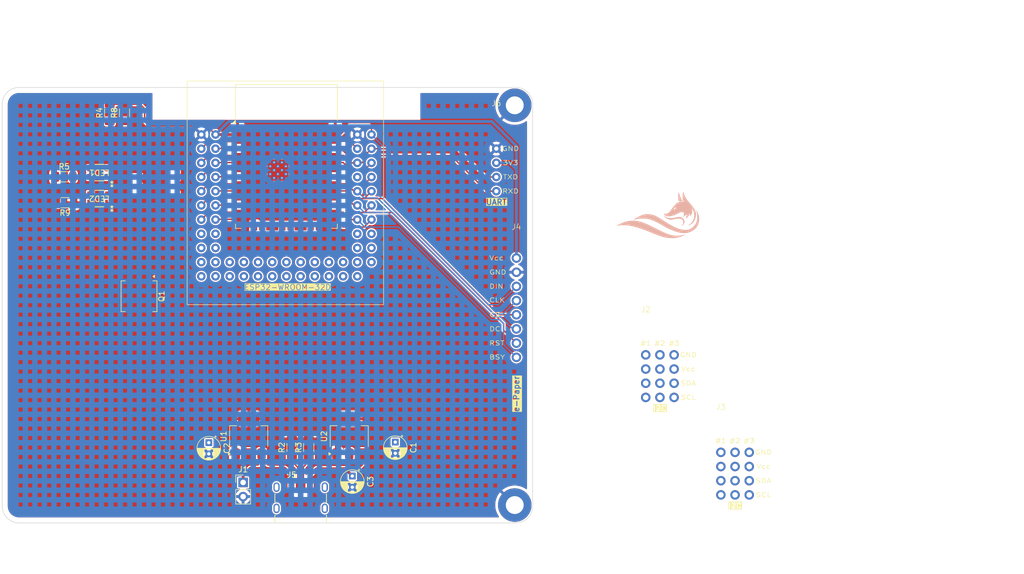
<source format=kicad_pcb>
(kicad_pcb (version 20240108) (generator "pcbnew") (generator_version "8.0")
  (title_block (title "ESP32-WROOM-32D Automation Board") (date "2024-01-15") (rev "v1.10") (company "CEGEP Heritage College") (comment 1 "Alexander Bobkov"))
  (layers (0 "F.Cu" signal) (31 "B.Cu" signal) (34 "B.Paste" user) (35 "F.Paste" user) (36 "B.SilkS" user "B.Silkscreen") (37 "F.SilkS" user "F.Silkscreen") (38 "B.Mask" user) (39 "F.Mask" user) (44 "Edge.Cuts" user))
  (net 0 "")
  (net 1 "/SCL")
  (net 2 "/SDA")
  (net 3 "/BUSY")
  (net 4 "/CLK")
  (net 5 "/DC")
  (net 6 "/CS")
  (net 7 "/DIN")
  (net 8 "/RST")
  (net 9 "unconnected-(J8-IO26-Pad11)")
  (net 10 "unconnected-(J8-IO25-Pad10)")
  (net 11 "unconnected-(J8-IO35-Pad7)")
  (net 12 "/UART-TX")
  (net 13 "unconnected-(J8-IO27-Pad12)")
  (net 14 "unconnected-(J8-IO0-Pad25)")
  (net 15 "+3V3")
  (net 16 "GND")
  (net 17 "+5V")
  (net 18 "unconnected-(J8-IO14-Pad13)")
  (net 19 "unconnected-(J8-IO32-Pad8)")
  (net 20 "unconnected-(J8-IO12-Pad14)")
  (net 21 "unconnected-(J8-IO19-Pad31)")
  (net 22 "Net-(J8-EN)")
  (net 23 "unconnected-(J8-IO33-Pad9)")
  (net 24 "Net-(J7-SENSOR_VP)")
  (net 25 "Net-(J7-SENSOR_VN)")
  (net 26 "/UART-RX")
  (net 27 "OUTPUT_1")
  (net 36 "unconnected-(J8-IO34-Pad6)")
  (net 37 "Net-(J5-CC2)")
  (net 38 "Net-(J5-CC1)")
  (net 39 "VBUS")
  (net 40 "SOURCE_1")
  (net 41 "Net-(LED1-RED)")
  (net 43 "Net-(LED2-RED)")
  (net 44 "OUTPUT_2")
  (net 45 "SOURCE_2")
  (net 46 "Net-(LED2-GND-Pad4)")
  (net 47 "Net-(LED1-GND-Pad4)")
  (footprint "Resistor_SMD:R_1206_3216Metric_Pad1.30x1.75mm_HandSolder" (layer "F.Cu") (at 52.8502 70.649999 180)
    (property "Reference" "R9" (at 0 -1.82 0) (layer "F.SilkS"))
    (property "Value" "3k3")
    (pad "1" smd roundrect (at -1.55 0 180) (size 1.3 1.75) (layers "F.Cu" "F.Paste" "F.Mask") (roundrect_rratio 0.192308) (net 16 "GND"))
    (pad "2" smd roundrect (at 1.55 0 180) (size 1.3 1.75) (layers "F.Cu" "F.Paste" "F.Mask") (roundrect_rratio 0.192308) (net 46 "Net-(LED2-GND-Pad4)"))
  )
  (footprint "Alexander Footprint Library:B1552_HVK-M" (layer "F.Cu") (at 58.9998 65.250001 180)
    (property "Reference" "LED1" (at 0 0 180) (layer "F.SilkS"))
    (property "Value" "LED-RED-GREEN-B1552USUG20D")
    (fp_text user "*" (at -2.2354 -2.054099 180) (layer "F.SilkS"))
    (fp_text user "*" (at -2.2354 -2.054099 0) (layer "F.SilkS"))
    (pad "1" smd rect (at -1.6002 -0.750001 180) (size 1.1176 1.0414) (layers "F.Cu" "F.Paste" "F.Mask") (net 27 "OUTPUT_1"))
    (pad "2" smd rect (at -1.6002 0.750001 180) (size 1.1176 1.0414) (layers "F.Cu" "F.Paste" "F.Mask") (net 41 "Net-(LED1-RED)"))
    (pad "3" smd rect (at 1.6002 0.750001 180) (size 1.1176 1.0414) (layers "F.Cu" "F.Paste" "F.Mask") (net 27 "OUTPUT_1"))
    (pad "4" smd rect (at 1.6002 -0.750001 180) (size 1.1176 1.0414) (layers "F.Cu" "F.Paste" "F.Mask") (net 47 "Net-(LED1-GND-Pad4)"))
  )
  (footprint "Alexander Footprint Library:B1552_HVK-M" (layer "F.Cu") (at 59 69.9 180)
    (property "Reference" "LED2" (at 0 0 180) (layer "F.SilkS"))
    (property "Value" "LED-RED-GREEN-B1552USUG20D")
    (fp_text user "*" (at -2.2352 -1.8041 180) (layer "F.SilkS"))
    (fp_text user "*" (at -2.2352 -1.8041 0) (layer "F.SilkS"))
    (pad "1" smd rect (at -1.6002 -0.750001 180) (size 1.1176 1.0414) (layers "F.Cu" "F.Paste" "F.Mask") (net 44 "OUTPUT_2"))
    (pad "2" smd rect (at -1.6002 0.750001 180) (size 1.1176 1.0414) (layers "F.Cu" "F.Paste" "F.Mask") (net 43 "Net-(LED2-RED)"))
    (pad "3" smd rect (at 1.6002 0.750001 180) (size 1.1176 1.0414) (layers "F.Cu" "F.Paste" "F.Mask") (net 44 "OUTPUT_2"))
    (pad "4" smd rect (at 1.6002 -0.750001 180) (size 1.1176 1.0414) (layers "F.Cu" "F.Paste" "F.Mask") (net 46 "Net-(LED2-GND-Pad4)"))
  )
  (footprint "Resistor_SMD:R_1206_3216Metric_Pad1.30x1.75mm_HandSolder" (layer "F.Cu") (at 93.5 114.5 90)
    (property "Reference" "R2" (at 0 -1.82 90) (layer "F.SilkS"))
    (property "Value" "5k1")
    (pad "1" smd roundrect (at -1.55 0 90) (size 1.3 1.75) (layers "F.Cu" "F.Paste" "F.Mask") (roundrect_rratio 0.192308) (net 38 "Net-(J5-CC1)"))
    (pad "2" smd roundrect (at 1.55 0 90) (size 1.3 1.75) (layers "F.Cu" "F.Paste" "F.Mask") (roundrect_rratio 0.192308) (net 16 "GND"))
  )
  (footprint "Alexander Footprint Library:MOSFET-N-2CH-DMT3020-SO-8" (layer "F.Cu") (at 66.1 87.4 -90)
    (property "Reference" "Q1" (at 0 -4.05 90) (layer "F.SilkS"))
    (property "Value" "MOSFET-N-2CH-DMT3020")
    (pad "1" smd roundrect (at -3.5 -1.905 270) (size 1.9 0.6) (layers "F.Cu" "F.Paste" "F.Mask") (net 16 "GND"))
    (pad "2" smd roundrect (at -3.5 -0.635 270) (size 1.9 0.6) (layers "F.Cu" "F.Paste" "F.Mask") (net 27 "OUTPUT_1"))
    (pad "3" smd roundrect (at -3.5 0.635 270) (size 1.9 0.6) (layers "F.Cu" "F.Paste" "F.Mask") (net 16 "GND"))
    (pad "4" smd roundrect (at -3.5 1.905 270) (size 1.9 0.6) (layers "F.Cu" "F.Paste" "F.Mask") (net 44 "OUTPUT_2"))
    (pad "5" smd roundrect (at 3.5 1.905 270) (size 1.9 0.6) (layers "F.Cu" "F.Paste" "F.Mask") (net 45 "SOURCE_2"))
    (pad "6" smd roundrect (at 3.5 0.635 270) (size 1.9 0.6) (layers "F.Cu" "F.Paste" "F.Mask") (net 45 "SOURCE_2"))
    (pad "7" smd roundrect (at 3.5 -0.635 270) (size 1.9 0.6) (layers "F.Cu" "F.Paste" "F.Mask") (net 40 "SOURCE_1"))
    (pad "8" smd roundrect (at 3.5 -1.905 270) (size 1.9 0.6) (layers "F.Cu" "F.Paste" "F.Mask") (net 40 "SOURCE_1"))
  )
  (footprint "Resistor_SMD:R_1206_3216Metric_Pad1.30x1.75mm_HandSolder" (layer "F.Cu") (at 63.5 54.55 90)
    (property "Reference" "R8" (at 0 -1.82 90) (layer "F.SilkS"))
    (property "Value" "3k3")
    (pad "1" smd roundrect (at -1.55 0 90) (size 1.3 1.75) (layers "F.Cu" "F.Paste" "F.Mask") (roundrect_rratio 0.192308) (net 43 "Net-(LED2-RED)"))
    (pad "2" smd roundrect (at 1.55 0 90) (size 1.3 1.75) (layers "F.Cu" "F.Paste" "F.Mask") (roundrect_rratio 0.192308) (net 15 "+3V3"))
  )
  (footprint "Capacitor_THT:CP_Radial_D4.0mm_P2.00mm" (layer "F.Cu") (at 104.3 119.6 -90)
    (property "Reference" "C3" (at 1 -3.25 90) (layer "F.SilkS"))
    (property "Value" "1uF")
    (pad "1" thru_hole rect (at 0 0 270) (size 1.2 1.2) (drill 0.6) (layers "*.Cu" "*.Mask") (net 39 "VBUS"))
    (pad "2" thru_hole circle (at 2 0 270) (size 1.2 1.2) (drill 0.6) (layers "*.Cu" "*.Mask") (net 16 "GND"))
  )
  (footprint "PCM_SL_Mechanical:MountingHole_3.2mm_Pad" (layer "F.Cu") (at 133.4 53.2)
    (property "Reference" "H5" (hide yes))
    (property "Value" "MountingHole_M3_3.2mm_Pad")
    (pad "1" thru_hole circle (at 0 0) (size 6 6) (drill 3.2) (layers "*.Cu" "*.Mask") (net 16 "GND"))
  )
  (footprint "Resistor_SMD:R_1206_3216Metric_Pad1.30x1.75mm_HandSolder" (layer "F.Cu") (at 96.5 114.5 90)
    (property "Reference" "R3" (at 0 -1.82 90) (layer "F.SilkS"))
    (property "Value" "5k1")
    (pad "1" smd roundrect (at -1.55 0 90) (size 1.3 1.75) (layers "F.Cu" "F.Paste" "F.Mask") (roundrect_rratio 0.192308) (net 37 "Net-(J5-CC2)"))
    (pad "2" smd roundrect (at 1.55 0 90) (size 1.3 1.75) (layers "F.Cu" "F.Paste" "F.Mask") (roundrect_rratio 0.192308) (net 16 "GND"))
  )
  (footprint "Alexander Footprint Library:Conn_ePaper" (layer "F.Cu") (at 133.7 75.48)
    (property "Reference" "J4" (at 0 -0.5 0) (layer "F.SilkS") (effects (font (thickness 0.1))))
    (property "Value" "e-Paper")
    (fp_text user "Vcc" (at -3.571429 5.08 0) (layer "F.SilkS") (effects (font (size 0.8 1) (thickness 0.1))))
    (fp_text user "DC" (at -3.857143 17.78 0) (layer "F.SilkS") (effects (font (size 0.8 1) (thickness 0.1))))
    (fp_text user "GND" (at -3.333334 7.62 0) (layer "F.SilkS") (effects (font (size 0.8 1) (thickness 0.1))))
    (fp_text user "e-Paper" (at 0 29.42 90) (layer "F.SilkS" knockout) (effects (font (thickness 0.2) (bold yes))))
    (fp_text user "BSY" (at -3.452381 22.82 0) (layer "F.SilkS") (effects (font (size 0.8 1) (thickness 0.1))))
    (fp_text user "CLK" (at -3.452381 12.62 0) (layer "F.SilkS") (effects (font (size 0.8 1) (thickness 0.1))))
    (fp_text user "DIN" (at -3.595239 10.16 0) (layer "F.SilkS") (effects (font (size 0.8 1) (thickness 0.1))))
    (fp_text user "RST" (at -3.5 20.32 0) (layer "F.SilkS") (effects (font (size 0.8 1) (thickness 0.1))))
    (fp_text user "CS" (at -3.880953 15.24 0) (layer "F.SilkS") (effects (font (size 0.8 1) (thickness 0.1))))
    (pad "BUSY" thru_hole oval (at 0 22.86) (size 1.7 1.7) (drill 1) (layers "*.Cu" "*.Mask") (net 3 "/BUSY"))
    (pad "CLK" thru_hole oval (at 0 12.7) (size 1.7 1.7) (drill 1) (layers "*.Cu" "*.Mask") (net 4 "/CLK"))
    (pad "CS" thru_hole oval (at 0 15.24) (size 1.7 1.7) (drill 1) (layers "*.Cu" "*.Mask") (net 6 "/CS"))
    (pad "DC" thru_hole oval (at 0 17.78) (size 1.7 1.7) (drill 1) (layers "*.Cu" "*.Mask") (net 5 "/DC"))
    (pad "DIN" thru_hole oval (at 0 10.16) (size 1.7 1.7) (drill 1) (layers "*.Cu" "*.Mask") (net 7 "/DIN"))
    (pad "GND" thru_hole oval (at 0 7.62) (size 1.7 1.7) (drill 1) (layers "*.Cu" "*.Mask") (net 16 "GND"))
    (pad "RST" thru_hole oval (at 0 20.32) (size 1.7 1.7) (drill 1) (layers "*.Cu" "*.Mask") (net 8 "/RST"))
    (pad "Vcc" thru_hole oval (at 0 5.08) (size 1.7 1.7) (drill 1) (layers "*.Cu" "*.Mask") (net 15 "+3V3"))
  )
  (footprint "Alexander Footprint Library:Conn_UART" (layer "F.Cu") (at 130.1 53.34)
    (property "Reference" "J6" (at 0 -0.5 0) (layer "F.SilkS") (effects (font (thickness 0.1))))
    (property "Value" "UART")
    (fp_text user "UART" (at 0 17.78 0) (layer "F.SilkS" knockout) (effects (font (thickness 0.2) (bold yes)) (justify bottom)))
    (fp_text user "RXD" (at 2.54 15.24 0) (layer "F.SilkS") (effects (font (size 0.8 1) (thickness 0.1))))
    (fp_text user "3V3" (at 2.54 10.16 0) (layer "F.SilkS") (effects (font (size 0.8 1) (thickness 0.1))))
    (fp_text user "TXD" (at 2.54 12.7 0) (layer "F.SilkS") (effects (font (size 0.8 1) (thickness 0.1))))
    (fp_text user "GND" (at 2.54 7.62 0) (layer "F.SilkS") (effects (font (size 0.8 1) (thickness 0.1))))
    (pad "3V3" thru_hole circle (at 0 10.16) (size 1.524 1.524) (drill 0.762) (layers "*.Cu" "*.Mask") (net 15 "+3V3"))
    (pad "GND" thru_hole circle (at 0 7.62) (size 1.524 1.524) (drill 0.762) (layers "*.Cu" "*.Mask") (net 16 "GND"))
    (pad "RXD" thru_hole circle (at 0 15.24) (size 1.524 1.524) (drill 0.762) (layers "*.Cu" "*.Mask") (net 26 "/UART-RX"))
    (pad "TXD" thru_hole circle (at 0 12.7) (size 1.524 1.524) (drill 0.762) (layers "*.Cu" "*.Mask") (net 12 "/UART-TX"))
  )
  (footprint "Alexander Footprint Library:Conn_I2C_3" (layer "F.Cu") (at 156.86 90.28)
    (property "Reference" "J2" (at 0 -0.5 0) (layer "F.SilkS") (effects (font (thickness 0.1))))
    (property "Value" "I2C")
    (fp_text user "SDA" (at 7.62 12.7 0) (layer "F.SilkS") (effects (font (size 0.8 1) (thickness 0.1))))
    (fp_text user "I2C" (at 2.54 17.78 0) (layer "F.SilkS" knockout) (effects (font (thickness 0.2) (bold yes)) (justify bottom)))
    (fp_text user "#1" (at 0 5.08 0) (layer "F.SilkS") (effects (font (size 0.8 1) (thickness 0.1)) (justify top)))
    (fp_text user "Vcc" (at 7.62 10.16 0) (layer "F.SilkS") (effects (font (size 0.8 1) (thickness 0.1))))
    (fp_text user "GND" (at 7.62 7.62 0) (layer "F.SilkS") (effects (font (size 0.8 1) (thickness 0.1))))
    (fp_text user "SCL" (at 7.62 15.24 0) (layer "F.SilkS") (effects (font (size 0.8 1) (thickness 0.1))))
    (fp_text user "#2" (at 2.54 5.08 0) (layer "F.SilkS") (effects (font (size 0.8 1) (thickness 0.1)) (justify top)))
    (fp_text user "#3" (at 5.08 5.08 0) (layer "F.SilkS") (effects (font (size 0.8 1) (thickness 0.1)) (justify top)))
    (pad "GND" thru_hole oval (at 0 7.62) (size 1.7 1.7) (drill 1) (layers "*.Cu" "*.Mask") (net 16 "GND"))
    (pad "GND" thru_hole oval (at 2.54 7.62) (size 1.7 1.7) (drill 1) (layers "*.Cu" "*.Mask") (net 16 "GND"))
    (pad "GND" thru_hole oval (at 5.08 7.62) (size 1.7 1.7) (drill 1) (layers "*.Cu" "*.Mask") (net 16 "GND"))
    (pad "SCL" thru_hole oval (at 0 15.24) (size 1.7 1.7) (drill 1) (layers "*.Cu" "*.Mask") (net 1 "/SCL"))
    (pad "SCL" thru_hole oval (at 2.54 15.24) (size 1.7 1.7) (drill 1) (layers "*.Cu" "*.Mask") (net 1 "/SCL"))
    (pad "SCL" thru_hole oval (at 5.08 15.24) (size 1.7 1.7) (drill 1) (layers "*.Cu" "*.Mask") (net 1 "/SCL"))
    (pad "SDA" thru_hole oval (at 0 12.7) (size 1.7 1.7) (drill 1) (layers "*.Cu" "*.Mask") (net 2 "/SDA"))
    (pad "SDA" thru_hole oval (at 2.54 12.7) (size 1.7 1.7) (drill 1) (layers "*.Cu" "*.Mask") (net 2 "/SDA"))
    (pad "SDA" thru_hole oval (at 5.08 12.7) (size 1.7 1.7) (drill 1) (layers "*.Cu" "*.Mask") (net 2 "/SDA"))
    (pad "Vcc" thru_hole oval (at 0 10.16) (size 1.7 1.7) (drill 1) (layers "*.Cu" "*.Mask") (net 15 "+3V3"))
    (pad "Vcc" thru_hole oval (at 2.54 10.16) (size 1.7 1.7) (drill 1) (layers "*.Cu" "*.Mask") (net 15 "+3V3"))
    (pad "Vcc" thru_hole oval (at 5.08 10.16) (size 1.7 1.7) (drill 1) (layers "*.Cu" "*.Mask") (net 15 "+3V3"))
  )
  (footprint "Capacitor_THT:CP_Radial_D4.0mm_P2.00mm" (layer "F.Cu") (at 78.6 113.627401 -90)
    (property "Reference" "C2" (at 1 -3.25 90) (layer "F.SilkS"))
    (property "Value" "1uF")
    (pad "1" thru_hole rect (at 0 0 270) (size 1.2 1.2) (drill 0.6) (layers "*.Cu" "*.Mask") (net 17 "+5V"))
    (pad "2" thru_hole circle (at 2 0 270) (size 1.2 1.2) (drill 0.6) (layers "*.Cu" "*.Mask") (net 16 "GND"))
  )
  (footprint "Alexander Footprint Library:Conn_I2C_3" (layer "F.Cu") (at 170.32 107.74)
    (property "Reference" "J3" (at 0 -0.5 0) (layer "F.SilkS") (effects (font (thickness 0.1))))
    (property "Value" "I2C")
    (fp_text user "Vcc" (at 7.62 10.16 0) (layer "F.SilkS") (effects (font (size 0.8 1) (thickness 0.1))))
    (fp_text user "GND" (at 7.62 7.62 0) (layer "F.SilkS") (effects (font (size 0.8 1) (thickness 0.1))))
    (fp_text user "SDA" (at 7.62 12.7 0) (layer "F.SilkS") (effects (font (size 0.8 1) (thickness 0.1))))
    (fp_text user "I2C" (at 2.54 17.78 0) (layer "F.SilkS" knockout) (effects (font (thickness 0.2) (bold yes)) (justify bottom)))
    (fp_text user "SCL" (at 7.62 15.24 0) (layer "F.SilkS") (effects (font (size 0.8 1) (thickness 0.1))))
    (fp_text user "#1" (at 0 5.08 0) (layer "F.SilkS") (effects (font (size 0.8 1) (thickness 0.1)) (justify top)))
    (fp_text user "#3" (at 5.08 5.08 0) (layer "F.SilkS") (effects (font (size 0.8 1) (thickness 0.1)) (justify top)))
    (fp_text user "#2" (at 2.54 5.08 0) (layer "F.SilkS") (effects (font (size 0.8 1) (thickness 0.1)) (justify top)))
    (pad "GND" thru_hole oval (at 0 7.62) (size 1.7 1.7) (drill 1) (layers "*.Cu" "*.Mask") (net 16 "GND"))
    (pad "GND" thru_hole oval (at 2.54 7.62) (size 1.7 1.7) (drill 1) (layers "*.Cu" "*.Mask") (net 16 "GND"))
    (pad "GND" thru_hole oval (at 5.08 7.62) (size 1.7 1.7) (drill 1) (layers "*.Cu" "*.Mask") (net 16 "GND"))
    (pad "SCL" thru_hole oval (at 0 15.24) (size 1.7 1.7) (drill 1) (layers "*.Cu" "*.Mask") (net 1 "/SCL"))
    (pad "SCL" thru_hole oval (at 2.54 15.24) (size 1.7 1.7) (drill 1) (layers "*.Cu" "*.Mask") (net 1 "/SCL"))
    (pad "SCL" thru_hole oval (at 5.08 15.24) (size 1.7 1.7) (drill 1) (layers "*.Cu" "*.Mask") (net 1 "/SCL"))
    (pad "SDA" thru_hole oval (at 0 12.7) (size 1.7 1.7) (drill 1) (layers "*.Cu" "*.Mask") (net 2 "/SDA"))
    (pad "SDA" thru_hole oval (at 2.54 12.7) (size 1.7 1.7) (drill 1) (layers "*.Cu" "*.Mask") (net 2 "/SDA"))
    (pad "SDA" thru_hole oval (at 5.08 12.7) (size 1.7 1.7) (drill 1) (layers "*.Cu" "*.Mask") (net 2 "/SDA"))
    (pad "Vcc" thru_hole oval (at 0 10.16) (size 1.7 1.7) (drill 1) (layers "*.Cu" "*.Mask") (net 15 "+3V3"))
    (pad "Vcc" thru_hole oval (at 2.54 10.16) (size 1.7 1.7) (drill 1) (layers "*.Cu" "*.Mask") (net 15 "+3V3"))
    (pad "Vcc" thru_hole oval (at 5.08 10.16) (size 1.7 1.7) (drill 1) (layers "*.Cu" "*.Mask") (net 15 "+3V3"))
  )
  (footprint "Resistor_SMD:R_1206_3216Metric_Pad1.30x1.75mm_HandSolder" (layer "F.Cu") (at 60.85 54.55 90)
    (property "Reference" "R4" (at 0 -1.82 90) (layer "F.SilkS"))
    (property "Value" "3k3")
    (pad "1" smd roundrect (at -1.55 0 90) (size 1.3 1.75) (layers "F.Cu" "F.Paste" "F.Mask") (roundrect_rratio 0.192308) (net 41 "Net-(LED1-RED)"))
    (pad "2" smd roundrect (at 1.55 0 90) (size 1.3 1.75) (layers "F.Cu" "F.Paste" "F.Mask") (roundrect_rratio 0.192308) (net 15 "+3V3"))
  )
  (footprint "Capacitor_THT:CP_Radial_D4.0mm_P2.00mm" (layer "F.Cu") (at 112 113.527401 -90)
    (property "Reference" "C1" (at 1 -3.25 90) (layer "F.SilkS"))
    (property "Value" "1uF")
    (pad "1" thru_hole rect (at 0 0 270) (size 1.2 1.2) (drill 0.6) (layers "*.Cu" "*.Mask") (net 15 "+3V3"))
    (pad "2" thru_hole circle (at 2 0 270) (size 1.2 1.2) (drill 0.6) (layers "*.Cu" "*.Mask") (net 16 "GND"))
  )
  (footprint "Package_TO_SOT_SMD:SOT-223-3_TabPin2" (layer "F.Cu") (at 103.75 112.5 90)
    (property "Reference" "U2" (at 0 -4.5 90) (layer "F.SilkS"))
    (property "Value" "AMS1117-3.3")
    (pad "1" smd roundrect (at -3.15 -2.3 90) (size 2 1.5) (layers "F.Cu" "F.Paste" "F.Mask") (net 16 "GND"))
    (pad "1" smd roundrect (at 3.15 0 90) (size 2 3.8) (layers "F.Cu" "F.Paste" "F.Mask") (net 16 "GND"))
    (pad "2" smd roundrect (at -3.15 0 90) (size 2 1.5) (layers "F.Cu" "F.Paste" "F.Mask") (net 15 "+3V3"))
    (pad "3" smd roundrect (at -3.15 2.3 90) (size 2 1.5) (layers "F.Cu" "F.Paste" "F.Mask") (net 39 "VBUS"))
  )
  (footprint "Alexander Footprint Library:ESP32-WROOM-Adapter-Socket-Universal" (layer "F.Cu") (at 92.5 66.0525)
    (property "Reference" "J8" (hide yes))
    (property "Value" "~")
    (fp_text user "ESP32-WROOM-32D" (at -7.62 20.32 0) (layer "F.SilkS" knockout) (effects (font (thickness 0.1)) (justify left bottom)))
    (pad "" thru_hole circle (at -15.24 10.16) (size 1.524 1.524) (drill 0.762) (layers "*.Cu" "*.Mask"))
    (pad "" thru_hole circle (at -15.24 12.7 90) (size 1.524 1.524) (drill 0.762) (layers "*.Cu" "*.Mask"))
    (pad "" thru_hole circle (at -15.24 15.24 90) (size 1.524 1.524) (drill 0.762) (layers "*.Cu" "*.Mask"))
    (pad "" thru_hole circle (at -15.24 17.78 90) (size 1.524 1.524) (drill 0.762) (layers "*.Cu" "*.Mask"))
    (pad "" thru_hole circle (at -12.7 10.16) (size 1.524 1.524) (drill 0.762) (layers "*.Cu" "*.Mask"))
    (pad "" thru_hole circle (at -12.7 12.7 90) (size 1.524 1.524) (drill 0.762) (layers "*.Cu" "*.Mask"))
    (pad "" thru_hole circle (at -12.7 15.24 90) (size 1.524 1.524) (drill 0.762) (layers "*.Cu" "*.Mask"))
    (pad "" thru_hole circle (at -12.7 17.78 90) (size 1.524 1.524) (drill 0.762) (layers "*.Cu" "*.Mask"))
    (pad "" thru_hole circle (at -10.16 15.24 90) (size 1.524 1.524) (drill 0.762) (layers "*.Cu" "*.Mask"))
    (pad "" thru_hole circle (at -7.62 15.24 90) (size 1.524 1.524) (drill 0.762) (layers "*.Cu" "*.Mask"))
    (pad "" thru_hole circle (at -5.08 15.24 90) (size 1.524 1.524) (drill 0.762) (layers "*.Cu" "*.Mask"))
    (pad "" thru_hole circle (at -2.54 15.24 90) (size 1.524 1.524) (drill 0.762) (layers "*.Cu" "*.Mask"))
    (pad "" thru_hole circle (at 0 15.24 90) (size 1.524 1.524) (drill 0.762) (layers "*.Cu" "*.Mask"))
    (pad "" thru_hole circle (at 2.54 15.24 90) (size 1.524 1.524) (drill 0.762) (layers "*.Cu" "*.Mask"))
    (pad "" thru_hole circle (at 5.08 15.24 90) (size 1.524 1.524) (drill 0.762) (layers "*.Cu" "*.Mask"))
    (pad "" thru_hole circle (at 7.62 15.24 90) (size 1.524 1.524) (drill 0.762) (layers "*.Cu" "*.Mask"))
    (pad "" thru_hole circle (at 10.16 15.24 90) (size 1.524 1.524) (drill 0.762) (layers "*.Cu" "*.Mask"))
    (pad "" thru_hole circle (at 12.7 10.16) (size 1.524 1.524) (drill 0.762) (layers "*.Cu" "*.Mask"))
    (pad "" thru_hole circle (at 12.7 12.7 90) (size 1.524 1.524) (drill 0.762) (layers "*.Cu" "*.Mask"))
    (pad "" thru_hole circle (at 12.7 15.24 90) (size 1.524 1.524) (drill 0.762) (layers "*.Cu" "*.Mask"))
    (pad "" thru_hole circle (at 12.7 17.78 90) (size 1.524 1.524) (drill 0.762) (layers "*.Cu" "*.Mask"))
    (pad "" thru_hole circle (at 15.24 10.16) (size 1.524 1.524) (drill 0.762) (layers "*.Cu" "*.Mask"))
    (pad "" thru_hole circle (at 15.24 12.7 90) (size 1.524 1.524) (drill 0.762) (layers "*.Cu" "*.Mask"))
    (pad "" thru_hole circle (at 15.24 15.24 90) (size 1.524 1.524) (drill 0.762) (layers "*.Cu" "*.Mask"))
    (pad "1" thru_hole circle (at -15.24 -7.62) (size 1.524 1.524) (drill 0.762) (layers "*.Cu" "*.Mask") (net 16 "GND"))
    (pad "1" smd rect (at -8.75 -8.95) (size 1.5 0.9) (layers "F.Cu" "F.Paste" "F.Mask") (net 16 "GND"))
    (pad "2" thru_hole circle (at -12.7 -7.62) (size 1.524 1.524) (drill 0.762) (layers "*.Cu" "*.Mask") (net 15 "+3V3"))
    (pad "2" smd rect (at -8.75 -7.68) (size 1.5 0.9) (layers "F.Cu" "F.Paste" "F.Mask") (net 15 "+3V3"))
    (pad "3" thru_hole circle (at -15.24 -5.08) (size 1.524 1.524) (drill 0.762) (layers "*.Cu" "*.Mask") (net 22 "Net-(J8-EN)"))
    (pad "3" smd rect (at -8.75 -6.41) (size 1.5 0.9) (layers "F.Cu" "F.Paste" "F.Mask") (net 22 "Net-(J8-EN)"))
    (pad "4" thru_hole circle (at -12.7 -5.08) (size 1.524 1.524) (drill 0.762) (layers "*.Cu" "*.Mask") (net 24 "Net-(J7-SENSOR_VP)"))
    (pad "4" smd rect (at -8.75 -5.14) (size 1.5 0.9) (layers "F.Cu" "F.Paste" "F.Mask") (net 24 "Net-(J7-SENSOR_VP)"))
    (pad "5" thru_hole circle (at -15.24 -2.54) (size 1.524 1.524) (drill 0.762) (layers "*.Cu" "*.Mask") (net 25 "Net-(J7-SENSOR_VN)"))
    (pad "5" smd rect (at -8.75 -3.87) (size 1.5 0.9) (layers "F.Cu" "F.Paste" "F.Mask") (net 25 "Net-(J7-SENSOR_VN)"))
    (pad "6" thru_hole circle (at -12.7 -2.54) (size 1.524 1.524) (drill 0.762) (layers "*.Cu" "*.Mask") (net 36 "unconnected-(J8-IO34-Pad6)"))
    (pad "6" smd rect (at -8.75 -2.6) (size 1.5 0.9) (layers "F.Cu" "F.Paste" "F.Mask") (net 36 "unconnected-(J8-IO34-Pad6)"))
    (pad "7" thru_hole circle (at -15.24 0) (size 1.524 1.524) (drill 0.762) (layers "*.Cu" "*.Mask") (net 11 "unconnected-(J8-IO35-Pad7)"))
    (pad "7" smd rect (at -8.75 -1.33) (size 1.5 0.9) (layers "F.Cu" "F.Paste" "F.Mask") (net 11 "unconnected-(J8-IO35-Pad7)"))
    (pad "8" thru_hole circle (at -12.7 0) (size 1.524 1.524) (drill 0.762) (layers "*.Cu" "*.Mask") (net 19 "unconnected-(J8-IO32-Pad8)"))
    (pad "8" smd rect (at -8.75 -0.06) (size 1.5 0.9) (layers "F.Cu" "F.Paste" "F.Mask") (net 19 "unconnected-(J8-IO32-Pad8)"))
    (pad "9" thru_hole circle (at -15.24 2.54) (size 1.524 1.524) (drill 0.762) (layers "*.Cu" "*.Mask") (net 23 "unconnected-(J8-IO33-Pad9)"))
    (pad "9" smd rect (at -8.75 1.21) (size 1.5 0.9) (layers "F.Cu" "F.Paste" "F.Mask") (net 23 "unconnected-(J8-IO33-Pad9)"))
    (pad "10" thru_hole circle (at -12.7 2.54) (size 1.524 1.524) (drill 0.762) (layers "*.Cu" "*.Mask") (net 10 "unconnected-(J8-IO25-Pad10)"))
    (pad "10" smd rect (at -8.75 2.48) (size 1.5 0.9) (layers "F.Cu" "F.Paste" "F.Mask") (net 10 "unconnected-(J8-IO25-Pad10)"))
    (pad "11" thru_hole circle (at -15.24 5.08) (size 1.524 1.524) (drill 0.762) (layers "*.Cu" "*.Mask") (net 9 "unconnected-(J8-IO26-Pad11)"))
    (pad "11" smd rect (at -8.75 3.75) (size 1.5 0.9) (layers "F.Cu" "F.Paste" "F.Mask") (net 9 "unconnected-(J8-IO26-Pad11)"))
    (pad "12" thru_hole circle (at -12.7 5.08) (size 1.524 1.524) (drill 0.762) (layers "*.Cu" "*.Mask") (net 13 "unconnected-(J8-IO27-Pad12)"))
    (pad "12" smd rect (at -8.75 5.02) (size 1.5 0.9) (layers "F.Cu" "F.Paste" "F.Mask") (net 13 "unconnected-(J8-IO27-Pad12)"))
    (pad "13" thru_hole circle (at -15.24 7.62) (size 1.524 1.524) (drill 0.762) (layers "*.Cu" "*.Mask") (net 18 "unconnected-(J8-IO14-Pad13)"))
    (pad "13" smd rect (at -8.75 6.29) (size 1.5 0.9) (layers "F.Cu" "F.Paste" "F.Mask") (net 18 "unconnected-(J8-IO14-Pad13)"))
    (pad "14" thru_hole circle (at -12.7 7.62) (size 1.524 1.524) (drill 0.762) (layers "*.Cu" "*.Mask") (net 20 "unconnected-(J8-IO12-Pad14)"))
    (pad "14" smd rect (at -8.75 7.56) (size 1.5 0.9) (layers "F.Cu" "F.Paste" "F.Mask") (net 20 "unconnected-(J8-IO12-Pad14)"))
    (pad "15" smd rect (at -5.71 8.81 90) (size 1.5 0.9) (layers "F.Cu" "F.Paste" "F.Mask") (net 16 "GND"))
    (pad "16" smd rect (at -4.44 8.81 90) (size 1.5 0.9) (layers "F.Cu" "F.Paste" "F.Mask"))
    (pad "17" smd rect (at -3.17 8.81 90) (size 1.5 0.9) (layers "F.Cu" "F.Paste" "F.Mask"))
    (pad "18" smd rect (at -1.9 8.81 90) (size 1.5 0.9) (layers "F.Cu" "F.Paste" "F.Mask"))
    (pad "19" smd rect (at -0.63 8.81 90) (size 1.5 0.9) (layers "F.Cu" "F.Paste" "F.Mask"))
    (pad "20" smd rect (at 0.64 8.81 90) (size 1.5 0.9) (layers "F.Cu" "F.Paste" "F.Mask"))
    (pad "21" smd rect (at 1.91 8.81 90) (size 1.5 0.9) (layers "F.Cu" "F.Paste" "F.Mask"))
    (pad "22" smd rect (at 3.18 8.81 90) (size 1.5 0.9) (layers "F.Cu" "F.Paste" "F.Mask"))
    (pad "23" smd rect (at 4.45 8.81 90) (size 1.5 0.9) (layers "F.Cu" "F.Paste" "F.Mask"))
    (pad "24" smd rect (at 5.72 8.81 90) (size 1.5 0.9) (layers "F.Cu" "F.Paste" "F.Mask"))
    (pad "25" smd rect (at 8.75 7.56) (size 1.5 0.9) (layers "F.Cu" "F.Paste" "F.Mask") (net 14 "unconnected-(J8-IO0-Pad25)"))
    (pad "25" thru_hole circle (at 15.24 7.62) (size 1.524 1.524) (drill 0.762) (layers "*.Cu" "*.Mask") (net 14 "unconnected-(J8-IO0-Pad25)"))
    (pad "26" smd rect (at 8.75 6.29) (size 1.5 0.9) (layers "F.Cu" "F.Paste" "F.Mask") (net 3 "/BUSY"))
    (pad "26" thru_hole circle (at 12.7 7.62) (size 1.524 1.524) (drill 0.762) (layers "*.Cu" "*.Mask") (net 3 "/BUSY"))
    (pad "27" smd rect (at 8.75 5.02) (size 1.5 0.9) (layers "F.Cu" "F.Paste" "F.Mask") (net 8 "/RST"))
    (pad "27" thru_hole circle (at 15.24 5.08) (size 1.524 1.524) (drill 0.762) (layers "*.Cu" "*.Mask") (net 8 "/RST"))
    (pad "28" smd rect (at 8.75 3.75) (size 1.5 0.9) (layers "F.Cu" "F.Paste" "F.Mask") (net 5 "/DC"))
    (pad "28" thru_hole circle (at 12.7 5.08) (size 1.524 1.524) (drill 0.762) (layers "*.Cu" "*.Mask") (net 5 "/DC"))
    (pad "29" smd rect (at 8.75 2.48) (size 1.5 0.9) (layers "F.Cu" "F.Paste" "F.Mask") (net 6 "/CS"))
    (pad "29" thru_hole circle (at 15.24 2.54) (size 1.524 1.524) (drill 0.762) (layers "*.Cu" "*.Mask") (net 6 "/CS"))
    (pad "30" smd rect (at 8.75 1.21) (size 1.5 0.9) (layers "F.Cu" "F.Paste" "F.Mask") (net 4 "/CLK"))
    (pad "30" thru_hole circle (at 12.7 2.54) (size 1.524 1.524) (drill 0.762) (layers "*.Cu" "*.Mask") (net 4 "/CLK"))
    (pad "31" smd rect (at 8.75 -0.06) (size 1.5 0.9) (layers "F.Cu" "F.Paste" "F.Mask") (net 21 "unconnected-(J8-IO19-Pad31)"))
    (pad "31" thru_hole circle (at 15.24 0) (size 1.524 1.524) (drill 0.762) (layers "*.Cu" "*.Mask") (net 21 "unconnected-(J8-IO19-Pad31)"))
    (pad "32" smd rect (at 8.75 -1.33) (size 1.5 0.9) (layers "F.Cu" "F.Paste" "F.Mask"))
    (pad "32" thru_hole circle (at 12.7 0) (size 1.524 1.524) (drill 0.762) (layers "*.Cu" "*.Mask"))
    (pad "33" smd rect (at 8.75 -2.6) (size 1.5 0.9) (layers "F.Cu" "F.Paste" "F.Mask") (net 2 "/SDA"))
    (pad "33" thru_hole circle (at 15.24 -2.54) (size 1.524 1.524) (drill 0.762) (layers "*.Cu" "*.Mask") (net 2 "/SDA"))
    (pad "34" smd rect (at 8.75 -3.87) (size 1.5 0.9) (layers "F.Cu" "F.Paste" "F.Mask") (net 26 "/UART-RX"))
    (pad "34" thru_hole circle (at 12.7 -2.54) (size 1.524 1.524) (drill 0.762) (layers "*.Cu" "*.Mask") (net 26 "/UART-RX"))
    (pad "35" smd rect (at 8.75 -5.14) (size 1.5 0.9) (layers "F.Cu" "F.Paste" "F.Mask") (net 12 "/UART-TX"))
    (pad "35" thru_hole circle (at 15.24 -5.08) (size 1.524 1.524) (drill 0.762) (layers "*.Cu" "*.Mask") (net 12 "/UART-TX"))
    (pad "36" smd rect (at 8.75 -6.41) (size 1.5 0.9) (layers "F.Cu" "F.Paste" "F.Mask") (net 1 "/SCL"))
    (pad "36" thru_hole circle (at 12.7 -5.08) (size 1.524 1.524) (drill 0.762) (layers "*.Cu" "*.Mask") (net 1 "/SCL"))
    (pad "37" smd rect (at 8.75 -7.68) (size 1.5 0.9) (layers "F.Cu" "F.Paste" "F.Mask") (net 7 "/DIN"))
    (pad "37" thru_hole circle (at 15.24 -7.62) (size 1.524 1.524) (drill 0.762) (layers "*.Cu" "*.Mask") (net 7 "/DIN"))
    (pad "38" smd rect (at 8.75 -8.95) (size 1.5 0.9) (layers "F.Cu" "F.Paste" "F.Mask") (net 16 "GND"))
    (pad "38" thru_hole circle (at 12.7 -7.62) (size 1.524 1.524) (drill 0.762) (layers "*.Cu" "*.Mask") (net 16 "GND"))
    (pad "39" smd rect (at -2.9 -2.63) (size 0.9 0.9) (layers "F.Cu" "F.Paste"))
    (pad "39" thru_hole circle (at -2.9 -1.93) (size 0.6 0.6) (drill 0.2) (property pad_prop_heatsink) (layers "*.Cu" "F.Mask"))
    (pad "39" smd rect (at -2.9 -1.23) (size 0.9 0.9) (layers "F.Cu" "F.Paste"))
    (pad "39" thru_hole circle (at -2.9 -0.53) (size 0.6 0.6) (drill 0.2) (property pad_prop_heatsink) (layers "*.Cu" "F.Mask"))
    (pad "39" smd rect (at -2.9 0.17) (size 0.9 0.9) (layers "F.Cu" "F.Paste"))
    (pad "39" thru_hole circle (at -2.2 -2.63) (size 0.6 0.6) (drill 0.2) (property pad_prop_heatsink) (layers "*.Cu" "F.Mask"))
    (pad "39" thru_hole circle (at -2.2 -1.23) (size 0.6 0.6) (drill 0.2) (property pad_prop_heatsink) (layers "*.Cu" "F.Mask"))
    (pad "39" thru_hole circle (at -2.2 0.17) (size 0.6 0.6) (drill 0.2) (property pad_prop_heatsink) (layers "*.Cu" "F.Mask"))
    (pad "39" thru_hole circle (at -1.525 -1.93) (size 0.6 0.6) (drill 0.2) (property pad_prop_heatsink) (layers "*.Cu" "F.Mask"))
    (pad "39" thru_hole circle (at -1.525 -0.53) (size 0.6 0.6) (drill 0.2) (property pad_prop_heatsink) (layers "*.Cu" "F.Mask"))
    (pad "39" smd rect (at -1.5 -2.63) (size 0.9 0.9) (layers "F.Cu" "F.Paste"))
    (pad "39" smd rect (at -1.5 -1.23) (size 0.9 0.9) (layers "F.Cu" "F.Paste"))
    (pad "39" smd rect (at -1.5 -1.23) (size 3.8 3.8) (layers "F.Cu" "F.Mask"))
    (pad "39" smd rect (at -1.5 0.17) (size 0.9 0.9) (layers "F.Cu" "F.Paste"))
    (pad "39" thru_hole circle (at -0.8 -2.63) (size 0.6 0.6) (drill 0.2) (property pad_prop_heatsink) (layers "*.Cu" "F.Mask"))
    (pad "39" thru_hole circle (at -0.8 -1.23) (size 0.6 0.6) (drill 0.2) (property pad_prop_heatsink) (layers "*.Cu" "F.Mask"))
    (pad "39" thru_hole circle (at -0.8 0.17) (size 0.6 0.6) (drill 0.2) (property pad_prop_heatsink) (layers "*.Cu" "F.Mask"))
    (pad "39" smd rect (at -0.1 -2.63) (size 0.9 0.9) (layers "F.Cu" "F.Paste"))
    (pad "39" thru_hole circle (at -0.1 -1.93) (size 0.6 0.6) (drill 0.2) (property pad_prop_heatsink) (layers "*.Cu" "F.Mask"))
    (pad "39" smd rect (at -0.1 -1.23) (size 0.9 0.9) (layers "F.Cu" "F.Paste"))
    (pad "39" thru_hole circle (at -0.1 -0.53) (size 0.6 0.6) (drill 0.2) (property pad_prop_heatsink) (layers "*.Cu" "F.Mask"))
    (pad "39" smd rect (at -0.1 0.17) (size 0.9 0.9) (layers "F.Cu" "F.Paste"))
    (pad "41" thru_hole circle (at -10.16 17.78 90) (size 1.524 1.524) (drill 0.762) (layers "*.Cu" "*.Mask"))
    (pad "41" thru_hole circle (at -7.62 17.78 90) (size 1.524 1.524) (drill 0.762) (layers "*.Cu" "*.Mask"))
    (pad "41" thru_hole circle (at -5.08 17.78 90) (size 1.524 1.524) (drill 0.762) (layers "*.Cu" "*.Mask"))
    (pad "41" thru_hole circle (at -2.54 17.78 90) (size 1.524 1.524) (drill 0.762) (layers "*.Cu" "*.Mask"))
    (pad "41" thru_hole circle (at 0 17.78 90) (size 1.524 1.524) (drill 0.762) (layers "*.Cu" "*.Mask"))
    (pad "41" thru_hole circle (at 2.54 17.78 90) (size 1.524 1.524) (drill 0.762) (layers "*.Cu" "*.Mask"))
    (pad "41" thru_hole circle (at 5.08 17.78 90) (size 1.524 1.524) (drill 0.762) (layers "*.Cu" "*.Mask"))
    (pad "41" thru_hole circle (at 7.62 17.78 90) (size 1.524 1.524) (drill 0.762) (layers "*.Cu" "*.Mask"))
    (pad "41" thru_hole circle (at 10.16 17.78 90) (size 1.524 1.524) (drill 0.762) (layers "*.Cu" "*.Mask"))
    (zone (net 0) (net_name "") (layers "*.Cu") (connect_pads (clearance 0)) (min_thickness 0.254)
      (keepout (tracks not_allowed) (vias not_allowed) (pads not_allowed) (copperpour not_allowed) (footprints not_allowed))
      (fill (thermal_gap 0.508) (thermal_bridge_width 0.508))
      (polygon (pts (xy 68.5 55.8025) (xy 116.5 55.8025) (xy 116.5 34.6125) (xy 68.5 34.6125)))
    )
  )
  (footprint "Resistor_SMD:R_1206_3216Metric_Pad1.30x1.75mm_HandSolder" (layer "F.Cu") (at 52.7 66)
    (property "Reference" "R5" (at 0 -1.82 0) (layer "F.SilkS"))
    (property "Value" "3k3")
    (pad "1" smd roundrect (at -1.55 0) (size 1.3 1.75) (layers "F.Cu" "F.Paste" "F.Mask") (roundrect_rratio 0.192308) (net 16 "GND"))
    (pad "2" smd roundrect (at 1.55 0) (size 1.3 1.75) (layers "F.Cu" "F.Paste" "F.Mask") (roundrect_rratio 0.192308) (net 47 "Net-(LED1-GND-Pad4)"))
  )
  (footprint "Connector_PinHeader_2.54mm:PinHeader_1x02_P2.54mm_Vertical" (layer "F.Cu") (at 84.75 120.75)
    (property "Reference" "J1" (at 0 -2.33 0) (layer "F.SilkS"))
    (property "Value" "PWR")
    (pad "1" thru_hole rect (at 0 0) (size 1.7 1.7) (drill 1) (layers "*.Cu" "*.Mask") (net 39 "VBUS"))
    (pad "2" thru_hole oval (at 0 2.54) (size 1.7 1.7) (drill 1) (layers "*.Cu" "*.Mask") (net 16 "GND"))
  )
  (footprint "PCM_SL_Mechanical:MountingHole_3.2mm_Pad" (layer "F.Cu") (at 133.4 124.8)
    (property "Reference" "H6" (hide yes))
    (property "Value" "MountingHole_M3_3.2mm_Pad")
    (pad "1" thru_hole circle (at 0 0) (size 6 6) (drill 3.2) (layers "*.Cu" "*.Mask") (net 16 "GND"))
  )
  (footprint "Alexander Footprint Library:USB-C MOLEX 2171750001" (layer "F.Cu") (at 95.05 128)
    (property "Reference" "J5" (at -1.5875 -8.605 0) (layer "F.SilkS"))
    (property "Value" "USB-C")
    (pad "A5" smd rect (at -0.5 -6.48) (size 0.7 1.2) (layers "F.Cu" "F.Paste") (net 38 "Net-(J5-CC1)"))
    (pad "A9" smd rect (at 1.52 -6.48) (size 0.76 1.2) (layers "F.Cu" "F.Paste") (net 39 "VBUS"))
    (pad "A12" smd rect (at 2.75 -6.48) (size 0.8 1.2) (layers "F.Cu" "F.Paste") (net 16 "GND"))
    (pad "B5" smd rect (at 0.5 -6.48) (size 0.7 1.2) (layers "F.Cu" "F.Paste") (net 37 "Net-(J5-CC2)"))
    (pad "B9" smd rect (at -1.52 -6.48) (size 0.76 1.2) (layers "F.Cu" "F.Paste") (net 39 "VBUS"))
    (pad "B12" smd rect (at -2.75 -6.48) (size 0.8 1.2) (layers "F.Cu" "F.Paste") (net 16 "GND"))
    (pad "S1" thru_hole oval (at -4.32 -2.6) (size 1.1 1.7) (drill oval 0.6 1.2) (layers "*.Cu" "*.Mask"))
    (pad "S2" thru_hole oval (at 4.32 -2.6) (size 1.1 1.7) (drill oval 0.6 1.2) (layers "*.Cu" "*.Mask"))
    (pad "S3" thru_hole oval (at -4.32 -6.4) (size 1.1 1.7) (drill oval 0.6 1.2) (layers "*.Cu" "*.Mask"))
    (pad "S4" thru_hole oval (at 4.32 -6.4) (size 1.1 1.7) (drill oval 0.6 1.2) (layers "*.Cu" "*.Mask"))
  )
  (footprint "Package_TO_SOT_SMD:SOT-223-3_TabPin2" (layer "F.Cu") (at 85.75 112.5 90)
    (property "Reference" "U1" (at 0 -4.5 90) (layer "F.SilkS"))
    (property "Value" "AMS1117-5.0")
    (pad "1" smd roundrect (at -3.15 -2.3 90) (size 2 1.5) (layers "F.Cu" "F.Paste" "F.Mask") (net 16 "GND"))
    (pad "1" smd roundrect (at 3.15 0 90) (size 2 3.8) (layers "F.Cu" "F.Paste" "F.Mask") (net 16 "GND"))
    (pad "2" smd roundrect (at -3.15 0 90) (size 2 1.5) (layers "F.Cu" "F.Paste" "F.Mask") (net 17 "+5V"))
    (pad "3" smd roundrect (at -3.15 2.3 90) (size 2 1.5) (layers "F.Cu" "F.Paste" "F.Mask") (net 39 "VBUS"))
  )
  (footprint "LOGO" (layer "B.Cu") (at 159 72.8 180)
    (property "Reference" "G***" (hide yes))
    (property "Value" "LOGO" (hide yes))
  )
  (gr_line (start 136.6 53) (end 136.6 125) (stroke (width 0.1)) (layer "Edge.Cuts"))
  (gr_arc (start 133.6 50) (mid 135.72132 50.87868) (end 136.6 53) (stroke (width 0.1)) (layer "Edge.Cuts"))
  (gr_line (start 133.6 128) (end 44.6 128) (stroke (width 0.1)) (layer "Edge.Cuts"))
  (gr_arc (start 44.6 128) (mid 42.47868 127.12132) (end 41.6 125) (stroke (width 0.1)) (layer "Edge.Cuts"))
  (gr_arc (start 136.6 125) (mid 135.72132 127.12132) (end 133.6 128) (stroke (width 0.1)) (layer "Edge.Cuts"))
  (gr_arc (start 41.6 53) (mid 42.47868 50.87868) (end 44.6 50) (stroke (width 0.1)) (layer "Edge.Cuts"))
  (gr_line (start 41.6 125) (end 41.6 53) (stroke (width 0.1)) (layer "Edge.Cuts"))
  (gr_line (start 44.6 50) (end 133.6 50) (stroke (width 0.1)) (layer "Edge.Cuts"))
  (segment (start 103.87 59.6425) (end 105.2 60.9725) (width 0.25) (layer "F.Cu") (net 1))
  (segment (start 101.25 59.6425) (end 103.87 59.6425) (width 0.25) (layer "F.Cu") (net 1))
  (segment (start 102.6525 63.4525) (end 104 64.8) (width 0.25) (layer "F.Cu") (net 2))
  (segment (start 106.4525 64.8) (end 107.74 63.5125) (width 0.25) (layer "F.Cu") (net 2))
  (segment (start 101.25 63.4525) (end 102.6525 63.4525) (width 0.25) (layer "F.Cu") (net 2))
  (segment (start 104 64.8) (end 106.4525 64.8) (width 0.25) (layer "F.Cu") (net 2))
  (segment (start 101.25 72.3425) (end 102.6425 72.3425) (width 0.25) (layer "F.Cu") (net 3))
  (segment (start 103.9725 73.6725) (end 105.2 73.6725) (width 0.25) (layer "F.Cu") (net 3))
  (segment (start 102.6425 72.3425) (end 103.9725 73.6725) (width 0.25) (layer "F.Cu") (net 3))
  (segment (start 131.4 92.307106) (end 130.692894 91.6) (width 0.25) (layer "B.Cu") (net 3))
  (segment (start 131.4 96.04) (end 131.4 92.307106) (width 0.25) (layer "B.Cu") (net 3))
  (segment (start 112.585788 75) (end 106.5275 75) (width 0.25) (layer "B.Cu") (net 3))
  (segment (start 130.692894 91.6) (end 129.185788 91.6) (width 0.25) (layer "B.Cu") (net 3))
  (segment (start 133.7 98.34) (end 131.4 96.04) (width 0.25) (layer "B.Cu") (net 3))
  (segment (start 129.185788 91.6) (end 112.585788 75) (width 0.25) (layer "B.Cu") (net 3))
  (segment (start 106.5275 75) (end 105.2 73.6725) (width 0.25) (layer "B.Cu") (net 3))
  (segment (start 103.2625 67.2625) (end 104.5925 68.5925) (width 0.25) (layer "F.Cu") (net 4))
  (segment (start 101.25 67.2625) (end 103.2625 67.2625) (width 0.25) (layer "F.Cu") (net 4))
  (segment (start 104.5925 68.5925) (end 105.2 68.5925) (width 0.25) (layer "F.Cu") (net 4))
  (segment (start 129.614213 90.6) (end 108.814213 69.8) (width 0.25) (layer "B.Cu") (net 4))
  (segment (start 131.28 90.6) (end 129.614213 90.6) (width 0.25) (layer "B.Cu") (net 4))
  (segment (start 133.7 88.18) (end 131.28 90.6) (width 0.25) (layer "B.Cu") (net 4))
  (segment (start 106.4075 69.8) (end 105.2 68.5925) (width 0.25) (layer "B.Cu") (net 4))
  (segment (start 108.814213 69.8) (end 106.4075 69.8) (width 0.25) (layer "B.Cu") (net 4))
  (segment (start 101.25 69.8025) (end 103.3025 69.8025) (width 0.25) (layer "F.Cu") (net 5))
  (segment (start 104.6325 71.1325) (end 105.2 71.1325) (width 0.25) (layer "F.Cu") (net 5))
  (segment (start 103.3025 69.8025) (end 104.6325 71.1325) (width 0.25) (layer "F.Cu") (net 5))
  (segment (start 129.407106 91.1) (end 122.607106 84.3) (width 0.25) (layer "B.Cu") (net 5))
  (segment (start 110.692894 72.4) (end 106.4675 72.4) (width 0.25) (layer "B.Cu") (net 5))
  (segment (start 122.607106 84.3) (end 122.592894 84.3) (width 0.25) (layer "B.Cu") (net 5))
  (segment (start 133.7 93.26) (end 133.06 93.26) (width 0.25) (layer "B.Cu") (net 5))
  (segment (start 133.06 93.26) (end 130.9 91.1) (width 0.25) (layer "B.Cu") (net 5))
  (segment (start 122.592894 84.3) (end 110.692894 72.4) (width 0.25) (layer "B.Cu") (net 5))
  (segment (start 130.9 91.1) (end 129.407106 91.1) (width 0.25) (layer "B.Cu") (net 5))
  (segment (start 106.4675 72.4) (end 105.2 71.1325) (width 0.25) (layer "B.Cu") (net 5))
  (segment (start 109.7 69.9) (end 106.3 69.9) (width 0.25) (layer "F.Cu") (net 6))
  (segment (start 130.52 90.72) (end 109.7 69.9) (width 0.25) (layer "F.Cu") (net 6))
  (segment (start 103.2325 68.5325) (end 104.6 69.9) (width 0.25) (layer "F.Cu") (net 6))
  (segment (start 101.25 68.5325) (end 103.2325 68.5325) (width 0.25) (layer "F.Cu") (net 6))
  (segment (start 104.6 69.9) (end 106.4325 69.9) (width 0.25) (layer "F.Cu") (net 6))
  (segment (start 133.7 90.72) (end 130.52 90.72) (width 0.25) (layer "F.Cu") (net 6))
  (segment (start 106.4325 69.9) (end 107.74 68.5925) (width 0.25) (layer "F.Cu") (net 6))
  (segment (start 102.2275 58.3725) (end 103.8 56.8) (width 0.25) (layer "F.Cu") (net 7))
  (segment (start 107.74 57.24) (end 107.74 58.4325) (width 0.25) (layer "F.Cu") (net 7))
  (segment (start 107.3 56.8) (end 107.74 57.24) (width 0.25) (layer "F.Cu") (net 7))
  (segment (start 101.25 58.3725) (end 102.2275 58.3725) (width 0.25) (layer "F.Cu") (net 7))
  (segment (start 103.8 56.8) (end 107.3 56.8) (width 0.25) (layer "F.Cu") (net 7))
  (segment (start 128.621319 88.9) (end 109.9 70.178681) (width 0.25) (layer "B.Cu") (net 7))
  (segment (start 130.44 88.9) (end 128.621319 88.9) (width 0.25) (layer "B.Cu") (net 7))
  (segment (start 109.9 70.178681) (end 109.9 60.5925) (width 0.25) (layer "B.Cu") (net 7))
  (segment (start 133.7 85.64) (end 130.44 88.9) (width 0.25) (layer "B.Cu") (net 7))
  (segment (start 109.9 60.5925) (end 107.74 58.4325) (width 0.25) (layer "B.Cu") (net 7))
  (segment (start 131.4 93.5) (end 131.4 92.307106) (width 0.25) (layer "F.Cu") (net 8))
  (segment (start 102.8725 71.0725) (end 104.2 72.4) (width 0.25) (layer "F.Cu") (net 8))
  (segment (start 133.7 95.8) (end 131.4 93.5) (width 0.25) (layer "F.Cu") (net 8))
  (segment (start 131.4 92.307106) (end 111.492894 72.4) (width 0.25) (layer "F.Cu") (net 8))
  (segment (start 111.492894 72.4) (end 106.4725 72.4) (width 0.25) (layer "F.Cu") (net 8))
  (segment (start 104.2 72.4) (end 106.4725 72.4) (width 0.25) (layer "F.Cu") (net 8))
  (segment (start 101.25 71.0725) (end 102.8725 71.0725) (width 0.25) (layer "F.Cu") (net 8))
  (segment (start 106.4725 72.4) (end 107.74 71.1325) (width 0.25) (layer "F.Cu") (net 8))
  (segment (start 78.59 69.8025) (end 77.26 71.1325) (width 0.25) (layer "F.Cu") (net 9))
  (segment (start 83.75 69.8025) (end 78.59 69.8025) (width 0.25) (layer "F.Cu") (net 9))
  (segment (start 83.75 68.5325) (end 79.86 68.5325) (width 0.25) (layer "F.Cu") (net 10))
  (segment (start 79.86 68.5325) (end 79.8 68.5925) (width 0.25) (layer "F.Cu") (net 10))
  (segment (start 78.59 64.7225) (end 77.26 66.0525) (width 0.25) (layer "F.Cu") (net 11))
  (segment (start 83.75 64.7225) (end 78.59 64.7225) (width 0.25) (layer "F.Cu") (net 11))
  (segment (start 130.1 66.04) (end 128.24 66.04) (width 0.25) (layer "F.Cu") (net 12))
  (segment (start 102.25 60.9125) (end 103.6375 62.3) (width 0.25) (layer "F.Cu") (net 12))
  (segment (start 128.24 66.04) (end 123.1725 60.9725) (width 0.25) (layer "F.Cu") (net 12))
  (segment (start 106.4125 62.3) (end 107.74 60.9725) (width 0.25) (layer "F.Cu") (net 12))
  (segment (start 123.1725 60.9725) (end 107.74 60.9725) (width 0.25) (layer "F.Cu") (net 12))
  (segment (start 103.6375 62.3) (end 106.4125 62.3) (width 0.25) (layer "F.Cu") (net 12))
  (segment (start 101.25 60.9125) (end 102.25 60.9125) (width 0.25) (layer "F.Cu") (net 12))
  (segment (start 79.86 71.0725) (end 79.8 71.1325) (width 0.25) (layer "F.Cu") (net 13))
  (segment (start 83.75 71.0725) (end 79.86 71.0725) (width 0.25) (layer "F.Cu") (net 13))
  (segment (start 106.4125 75) (end 107.74 73.6725) (width 0.25) (layer "F.Cu") (net 14))
  (segment (start 101.25 73.6125) (end 102.6375 75) (width 0.25) (layer "F.Cu") (net 14))
  (segment (start 102.6375 75) (end 106.4125 75) (width 0.25) (layer "F.Cu") (net 14))
  (segment (start 83.69 58.4325) (end 83.75 58.3725) (width 0.5) (layer "F.Cu") (net 15))
  (segment (start 67.1 56.1) (end 67.9 56.9) (width 0.25) (layer "F.Cu") (net 15))
  (segment (start 67.1 53.8) (end 67.1 56.1) (width 0.25) (layer "F.Cu") (net 15))
  (segment (start 78.2675 56.9) (end 79.8 58.4325) (width 0.25) (layer "F.Cu") (net 15))
  (segment (start 63.5 53) (end 66.3 53) (width 0.25) (layer "F.Cu") (net 15))
  (segment (start 66.3 53) (end 67.1 53.8) (width 0.25) (layer "F.Cu") (net 15))
  (segment (start 60.85 53) (end 63.5 53) (width 0.25) (layer "F.Cu") (net 15))
  (segment (start 67.9 56.9) (end 78.2675 56.9) (width 0.25) (layer "F.Cu") (net 15))
  (segment (start 79.8 58.4325) (end 83.69 58.4325) (width 0.5) (layer "F.Cu") (net 15))
  (segment (start 82.1325 56.1) (end 129.3 56.1) (width 0.5) (layer "B.Cu") (net 15))
  (segment (start 133.7 64.7) (end 132.5 63.5) (width 0.5) (layer "B.Cu") (net 15))
  (segment (start 132.5 63.5) (end 130.1 63.5) (width 0.5) (layer "B.Cu") (net 15))
  (segment (start 129.3 56.1) (end 133.7 60.5) (width 0.5) (layer "B.Cu") (net 15))
  (segment (start 133.7 60.5) (end 133.7 64.4) (width 0.5) (layer "B.Cu") (net 15))
  (segment (start 79.8 58.4325) (end 82.1325 56.1) (width 0.5) (layer "B.Cu") (net 15))
  (segment (start 133.7 80.56) (end 133.7 64.4) (width 0.5) (layer "B.Cu") (net 15))
  (segment (start 83.75 72.3425) (end 78.59 72.3425) (width 0.25) (layer "F.Cu") (net 18))
  (segment (start 78.59 72.3425) (end 77.26 73.6725) (width 0.25) (layer "F.Cu") (net 18))
  (segment (start 79.86 65.9925) (end 79.8 66.0525) (width 0.25) (layer "F.Cu") (net 19))
  (segment (start 83.75 65.9925) (end 79.86 65.9925) (width 0.25) (layer "F.Cu") (net 19))
  (segment (start 79.86 73.6125) (end 79.8 73.6725) (width 0.25) (layer "F.Cu") (net 20))
  (segment (start 83.75 73.6125) (end 79.86 73.6125) (width 0.25) (layer "F.Cu") (net 20))
  (segment (start 106.4925 67.3) (end 107.74 66.0525) (width 0.25) (layer "F.Cu") (net 21))
  (segment (start 104.3 67.3) (end 106.4925 67.3) (width 0.25) (layer "F.Cu") (net 21))
  (segment (start 101.25 65.9925) (end 102.9925 65.9925) (width 0.25) (layer "F.Cu") (net 21))
  (segment (start 102.9925 65.9925) (end 104.3 67.3) (width 0.25) (layer "F.Cu") (net 21))
  (segment (start 78.5325 59.7) (end 77.26 60.9725) (width 0.25) (layer "F.Cu") (net 22))
  (segment (start 83.75 59.6425) (end 83.6925 59.7) (width 0.25) (layer "F.Cu") (net 22))
  (segment (start 83.6925 59.7) (end 78.5325 59.7) (width 0.25) (layer "F.Cu") (net 22))
  (segment (start 83.75 67.2625) (end 78.59 67.2625) (width 0.25) (layer "F.Cu") (net 23))
  (segment (start 78.59 67.2625) (end 77.26 68.5925) (width 0.25) (layer "F.Cu") (net 23))
  (segment (start 79.86 60.9125) (end 79.8 60.9725) (width 0.25) (layer "F.Cu") (net 24))
  (segment (start 83.75 60.9125) (end 79.86 60.9125) (width 0.25) (layer "F.Cu") (net 24))
  (segment (start 78.59 62.1825) (end 77.26 63.5125) (width 0.25) (layer "F.Cu") (net 25))
  (segment (start 83.75 62.1825) (end 78.59 62.1825) (width 0.25) (layer "F.Cu") (net 25))
  (segment (start 102.79237 62.1825) (end 101.25 62.1825) (width 0.25) (layer "F.Cu") (net 26))
  (segment (start 105.9875 63.5125) (end 105.2 63.5125) (width 0.25) (layer "F.Cu") (net 26))
  (segment (start 107.3 62.2) (end 105.9875 63.5125) (width 0.25) (layer "F.Cu") (net 26))
  (segment (start 128.38 68.58) (end 122 62.2) (width 0.25) (layer "F.Cu") (net 26))
  (segment (start 130.1 68.58) (end 128.38 68.58) (width 0.25) (layer "F.Cu") (net 26))
  (segment (start 122 62.2) (end 107.3 62.2) (width 0.25) (layer "F.Cu") (net 26))
  (segment (start 105.2 63.5125) (end 104.12237 63.5125) (width 0.25) (layer "F.Cu") (net 26))
  (segment (start 104.12237 63.5125) (end 102.79237 62.1825) (width 0.25) (layer "F.Cu") (net 26))
  (segment (start 79.86 63.4525) (end 79.8 63.5125) (width 0.25) (layer "F.Cu") (net 36))
  (segment (start 83.75 63.4525) (end 79.86 63.4525) (width 0.25) (layer "F.Cu") (net 36))
  (segment (start 96.5 117) (end 96.5 116.05) (width 0.25) (layer "F.Cu") (net 37))
  (segment (start 95.55 117.95) (end 96.5 117) (width 0.25) (layer "F.Cu") (net 37))
  (segment (start 95.55 121.52) (end 95.55 117.95) (width 0.25) (layer "F.Cu") (net 37))
  (segment (start 94.55 121.52) (end 94.55 118.05) (width 0.25) (layer "F.Cu") (net 38))
  (segment (start 94.55 118.05) (end 93.5 117) (width 0.25) (layer "F.Cu") (net 38))
  (segment (start 93.5 117) (end 93.5 116.05) (width 0.25) (layer "F.Cu") (net 38))
  (segment (start 88.9 118.25) (end 86 118.25) (width 0.5) (layer "F.Cu") (net 39))
  (segment (start 84.75 119.5) (end 84.75 120.75) (width 0.5) (layer "F.Cu") (net 39))
  (segment (start 96.57 123.43) (end 96.25 123.75) (width 0.5) (layer "F.Cu") (net 39))
  (segment (start 103 118.3) (end 104.3 119.6) (width 0.5) (layer "F.Cu") (net 39))
  (segment (start 105.2 118.3) (end 106 117.5) (width 0.5) (layer "F.Cu") (net 39))
  (segment (start 106.05 117.05) (end 106.05 115.65) (width 0.5) (layer "F.Cu") (net 39))
  (segment (start 94 123.75) (end 93.53 123.28) (width 0.5) (layer "F.Cu") (net 39))
  (segment (start 93.53 121.52) (end 93.53 119.53) (width 0.5) (layer "F.Cu") (net 39))
  (segment (start 102.7 118.3) (end 103 118.3) (width 0.5) (layer "F.Cu") (net 39))
  (segment (start 96.57 121.52) (end 96.57 123.43) (width 0.5) (layer "F.Cu") (net 39))
  (segment (start 106 117.5) (end 106 117.1) (width 0.5) (layer "F.Cu") (net 39))
  (segment (start 96.57 119.63) (end 97.9 118.3) (width 0.5) (layer "F.Cu") (net 39))
  (segment (start 96.25 123.75) (end 94 123.75) (width 0.5) (layer "F.Cu") (net 39))
  (segment (start 93.53 119.53) (end 92.25 118.25) (width 0.5) (layer "F.Cu") (net 39))
  (segment (start 86 118.25) (end 84.75 119.5) (width 0.5) (layer "F.Cu") (net 39))
  (segment (start 97.9 118.3) (end 102.7 118.3) (width 0.5) (layer "F.Cu") (net 39))
  (segment (start 93.53 123.28) (end 93.53 121.52) (width 0.5) (layer "F.Cu") (net 39))
  (segment (start 88.9 118.25) (end 88.05 117.4) (width 0.5) (layer "F.Cu") (net 39))
  (segment (start 88.05 117.4) (end 88.05 115.65) (width 0.5) (layer "F.Cu") (net 39))
  (segment (start 92.25 118.25) (end 88.9 118.25) (width 0.5) (layer "F.Cu") (net 39))
  (segment (start 106 117.1) (end 106.05 117.05) (width 0.5) (layer "F.Cu") (net 39))
  (segment (start 96.57 121.52) (end 96.57 119.63) (width 0.5) (layer "F.Cu") (net 39))
  (segment (start 102.7 118.3) (end 105.2 118.3) (width 0.5) (layer "F.Cu") (net 39))
  (zone (net 16) (net_name "GND") (layer "F.Cu") (name "GND") (priority 1) (connect_pads (clearance 0.25)) (min_thickness 0.25) (fill yes (thermal_gap 0.5) (thermal_bridge_width 0.5))
    (polygon (pts (xy 41.2 49.9) (xy 137.1 50) (xy 137 128.9) (xy 41.2 129)))
  )
  (zone (net 16) (net_name "GND") (layer "B.Cu") (name "GND") (connect_pads (clearance 0.25)) (min_thickness 0.25) (fill yes (mode hatch) (thermal_gap 0.5) (thermal_bridge_width 0.5) (island_removal_mode 1) (island_area_min 10) (hatch_thickness 1) (hatch_gap 0.7) (hatch_orientation 0) (hatch_border_algorithm hatch_thickness) (hatch_min_hole_area 0.3))
    (polygon (pts (xy 41.6 50) (xy 137 50) (xy 137 128.9) (xy 41.5 128.7) (xy 41.2 50.7)))
  )
)
</source>
